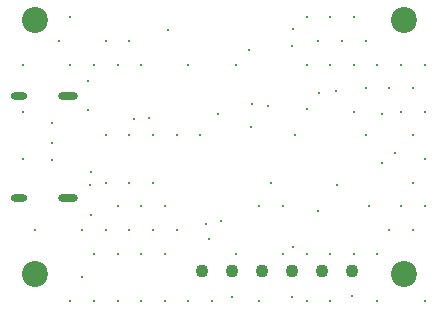
<source format=gbr>
%TF.GenerationSoftware,Altium Limited,Altium Designer,23.10.1 (27)*%
G04 Layer_Color=0*
%FSLAX45Y45*%
%MOMM*%
%TF.SameCoordinates,EB818210-93EB-4193-A47C-AA10A5AE6B3E*%
%TF.FilePolarity,Positive*%
%TF.FileFunction,Plated,1,2,PTH,Drill*%
%TF.Part,Single*%
G01*
G75*
%TA.AperFunction,ComponentDrill*%
%ADD66C,1.10000*%
%ADD67O,1.70000X0.60000*%
%ADD68O,1.40000X0.60000*%
%TA.AperFunction,OtherDrill,Pad Free-MH3 (-17mm,10.75mm)*%
%ADD69C,2.20000*%
%TA.AperFunction,OtherDrill,Pad Free-MH1 (14.25mm,-10.75mm)*%
%ADD70C,2.20000*%
%TA.AperFunction,OtherDrill,Pad Free-MH2 (-17mm,-10.75mm)*%
%ADD71C,2.20000*%
%TA.AperFunction,OtherDrill,Pad Free-MH (14.25mm,10.75mm)*%
%ADD72C,2.20000*%
%TA.AperFunction,ViaDrill,NotFilled*%
%ADD73C,0.30000*%
D66*
X983000Y-1050000D02*
D03*
X729000D02*
D03*
X475000D02*
D03*
X221000D02*
D03*
X-33000D02*
D03*
X-287000D02*
D03*
D67*
X-1419750Y-432000D02*
D03*
Y432000D02*
D03*
D68*
X-1837750D02*
D03*
Y-432000D02*
D03*
D69*
X-1700000Y1075000D02*
D03*
D70*
X1425000Y-1075000D02*
D03*
D71*
X-1700000D02*
D03*
D72*
X1425000Y1075000D02*
D03*
D73*
X1600007Y700006D02*
D03*
Y300006D02*
D03*
Y-99994D02*
D03*
Y-499995D02*
D03*
Y-1299995D02*
D03*
X1400007Y700006D02*
D03*
X1500007Y500006D02*
D03*
X1400007Y300006D02*
D03*
X1500007Y100006D02*
D03*
Y-299995D02*
D03*
X1400007Y-499995D02*
D03*
X1500007Y-699995D02*
D03*
X1200006Y700006D02*
D03*
X1300007Y500006D02*
D03*
Y-699995D02*
D03*
X1200006Y-899995D02*
D03*
Y-1299995D02*
D03*
X1000006Y1100006D02*
D03*
X1100006Y900006D02*
D03*
X1000006Y700006D02*
D03*
X1100006Y500006D02*
D03*
X1000006Y300006D02*
D03*
X1100006Y100006D02*
D03*
X1000006Y-899995D02*
D03*
X800006Y1100006D02*
D03*
X900006Y900006D02*
D03*
X800006Y700006D02*
D03*
Y-899995D02*
D03*
Y-1299995D02*
D03*
X600006Y1100006D02*
D03*
X700006Y900006D02*
D03*
X600006Y700006D02*
D03*
Y-899995D02*
D03*
Y-1299995D02*
D03*
X500006Y100006D02*
D03*
X400006Y-499995D02*
D03*
Y-899995D02*
D03*
X300006Y-299995D02*
D03*
X200006Y-499995D02*
D03*
Y-1299995D02*
D03*
X6Y700006D02*
D03*
Y-899995D02*
D03*
X-199994Y-1299995D02*
D03*
X-299994Y100006D02*
D03*
X-399994Y-1299995D02*
D03*
X-499994Y100006D02*
D03*
X-599994Y-499995D02*
D03*
X-499994Y-699995D02*
D03*
X-599994Y-899995D02*
D03*
Y-1299995D02*
D03*
X-799995Y700006D02*
D03*
X-699995Y100006D02*
D03*
Y-299995D02*
D03*
X-799995Y-499995D02*
D03*
X-699995Y-699995D02*
D03*
X-799995Y-899995D02*
D03*
Y-1299995D02*
D03*
X-899995Y900006D02*
D03*
X-999995Y700006D02*
D03*
X-899995Y100006D02*
D03*
Y-299995D02*
D03*
X-999995Y-499995D02*
D03*
X-899995Y-699995D02*
D03*
X-999995Y-899995D02*
D03*
Y-1299995D02*
D03*
X-1099995Y900006D02*
D03*
X-1199995Y700006D02*
D03*
X-1099995Y100006D02*
D03*
Y-299995D02*
D03*
Y-699995D02*
D03*
X-1199995Y-899995D02*
D03*
Y-1299995D02*
D03*
X-1399995Y1100006D02*
D03*
Y700006D02*
D03*
X-1299995Y-699995D02*
D03*
Y-1099995D02*
D03*
X-1399995Y-1299995D02*
D03*
X-1499995Y900006D02*
D03*
X-1799995Y700006D02*
D03*
Y300006D02*
D03*
Y-99994D02*
D03*
X-1699995Y-699995D02*
D03*
X-864805Y243096D02*
D03*
X702239Y463103D02*
D03*
X850000Y475000D02*
D03*
X126924Y175000D02*
D03*
X-733865Y244083D02*
D03*
X-400121Y699937D02*
D03*
X478167Y860000D02*
D03*
X141553Y368850D02*
D03*
X600000Y325000D02*
D03*
X112500Y825000D02*
D03*
X275000Y350000D02*
D03*
X-146579Y277689D02*
D03*
X1350000Y-50000D02*
D03*
X-250000Y-650000D02*
D03*
X-225000Y-775000D02*
D03*
X-125000Y-625000D02*
D03*
X983000Y-1258000D02*
D03*
X475000Y-1267619D02*
D03*
X-33000Y-1267000D02*
D03*
X482541Y-840821D02*
D03*
X1241583Y280372D02*
D03*
X700000Y-540000D02*
D03*
X1240974Y-136424D02*
D03*
X1127036Y-495000D02*
D03*
X857036Y-315001D02*
D03*
X483366Y1004801D02*
D03*
X-1225000Y-575000D02*
D03*
X-1557218Y204018D02*
D03*
X-1559524Y-109675D02*
D03*
X-1556065Y37946D02*
D03*
X-1225072Y-206551D02*
D03*
X-1230000Y-320000D02*
D03*
X-574713Y996682D02*
D03*
X-1248017Y320006D02*
D03*
X-1247499Y560630D02*
D03*
%TF.MD5,07c7e966b74c4491a217f1803a6b6c1a*%
M02*

</source>
